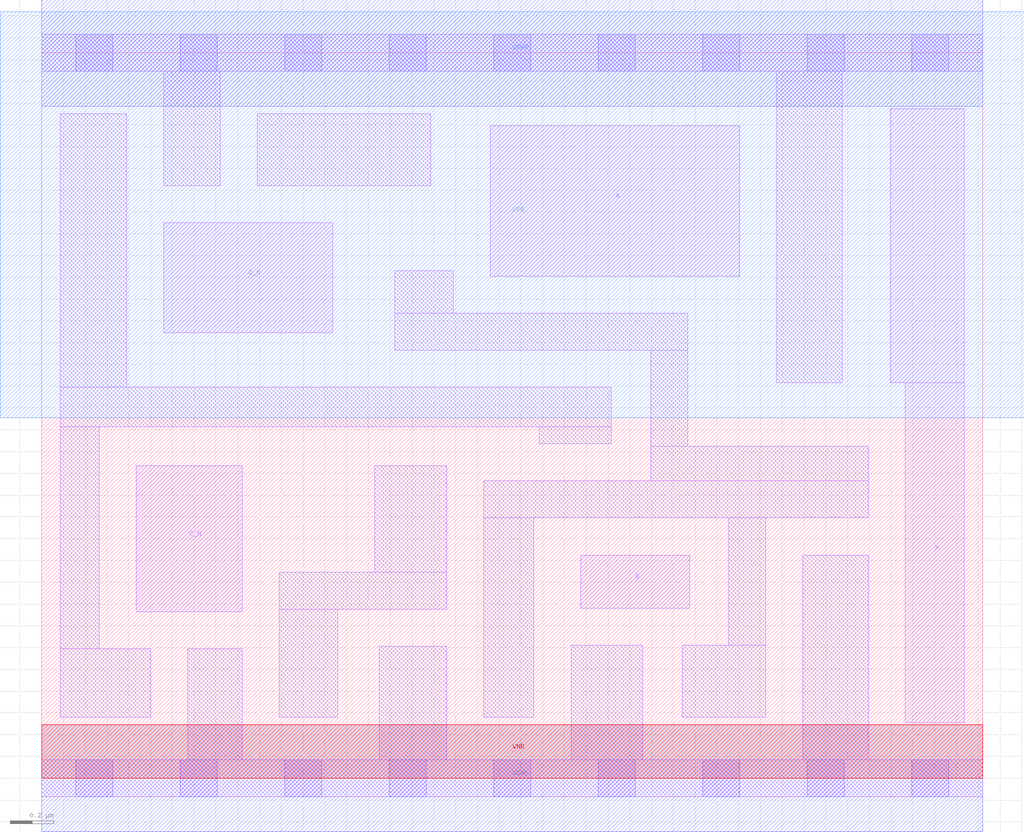
<source format=lef>
# Copyright 2020 The SkyWater PDK Authors
#
# Licensed under the Apache License, Version 2.0 (the "License");
# you may not use this file except in compliance with the License.
# You may obtain a copy of the License at
#
#     https://www.apache.org/licenses/LICENSE-2.0
#
# Unless required by applicable law or agreed to in writing, software
# distributed under the License is distributed on an "AS IS" BASIS,
# WITHOUT WARRANTIES OR CONDITIONS OF ANY KIND, either express or implied.
# See the License for the specific language governing permissions and
# limitations under the License.
#
# SPDX-License-Identifier: Apache-2.0

VERSION 5.7 ;
  NOWIREEXTENSIONATPIN ON ;
  DIVIDERCHAR "/" ;
  BUSBITCHARS "[]" ;
MACRO sky130_fd_sc_lp__or4bb_1
  CLASS CORE ;
  FOREIGN sky130_fd_sc_lp__or4bb_1 ;
  ORIGIN  0.000000  0.000000 ;
  SIZE  4.320000 BY  3.330000 ;
  SYMMETRY X Y R90 ;
  SITE unit ;
  PIN A
    ANTENNAGATEAREA  0.126000 ;
    DIRECTION INPUT ;
    USE SIGNAL ;
    PORT
      LAYER li1 ;
        RECT 2.060000 2.305000 3.205000 2.995000 ;
    END
  END A
  PIN B
    ANTENNAGATEAREA  0.126000 ;
    DIRECTION INPUT ;
    USE SIGNAL ;
    PORT
      LAYER li1 ;
        RECT 2.475000 0.780000 2.975000 1.025000 ;
    END
  END B
  PIN C_N
    ANTENNAGATEAREA  0.126000 ;
    DIRECTION INPUT ;
    USE SIGNAL ;
    PORT
      LAYER li1 ;
        RECT 0.435000 0.765000 0.920000 1.435000 ;
    END
  END C_N
  PIN D_N
    ANTENNAGATEAREA  0.126000 ;
    DIRECTION INPUT ;
    USE SIGNAL ;
    PORT
      LAYER li1 ;
        RECT 0.560000 2.045000 1.335000 2.550000 ;
    END
  END D_N
  PIN X
    ANTENNADIFFAREA  0.556500 ;
    DIRECTION OUTPUT ;
    USE SIGNAL ;
    PORT
      LAYER li1 ;
        RECT 3.895000 1.815000 4.235000 3.075000 ;
        RECT 3.965000 0.255000 4.235000 1.815000 ;
    END
  END X
  PIN VGND
    DIRECTION INOUT ;
    USE GROUND ;
    PORT
      LAYER met1 ;
        RECT 0.000000 -0.245000 4.320000 0.245000 ;
    END
  END VGND
  PIN VNB
    DIRECTION INOUT ;
    USE GROUND ;
    PORT
      LAYER pwell ;
        RECT 0.000000 0.000000 4.320000 0.245000 ;
    END
  END VNB
  PIN VPB
    DIRECTION INOUT ;
    USE POWER ;
    PORT
      LAYER nwell ;
        RECT -0.190000 1.655000 4.510000 3.520000 ;
    END
  END VPB
  PIN VPWR
    DIRECTION INOUT ;
    USE POWER ;
    PORT
      LAYER met1 ;
        RECT 0.000000 3.085000 4.320000 3.575000 ;
    END
  END VPWR
  OBS
    LAYER li1 ;
      RECT 0.000000 -0.085000 4.320000 0.085000 ;
      RECT 0.000000  3.245000 4.320000 3.415000 ;
      RECT 0.085000  0.280000 0.500000 0.595000 ;
      RECT 0.085000  0.595000 0.265000 1.615000 ;
      RECT 0.085000  1.615000 2.615000 1.795000 ;
      RECT 0.085000  1.795000 0.390000 3.050000 ;
      RECT 0.560000  2.720000 0.820000 3.245000 ;
      RECT 0.670000  0.085000 0.920000 0.595000 ;
      RECT 0.990000  2.720000 1.785000 3.050000 ;
      RECT 1.090000  0.280000 1.360000 0.775000 ;
      RECT 1.090000  0.775000 1.860000 0.945000 ;
      RECT 1.530000  0.945000 1.860000 1.435000 ;
      RECT 1.550000  0.085000 1.860000 0.605000 ;
      RECT 1.620000  1.965000 2.965000 2.135000 ;
      RECT 1.620000  2.135000 1.890000 2.330000 ;
      RECT 2.030000  0.280000 2.260000 1.195000 ;
      RECT 2.030000  1.195000 3.795000 1.365000 ;
      RECT 2.285000  1.535000 2.615000 1.615000 ;
      RECT 2.430000  0.085000 2.760000 0.610000 ;
      RECT 2.795000  1.365000 3.795000 1.525000 ;
      RECT 2.795000  1.525000 2.965000 1.965000 ;
      RECT 2.940000  0.280000 3.325000 0.610000 ;
      RECT 3.155000  0.610000 3.325000 1.195000 ;
      RECT 3.375000  1.815000 3.675000 3.245000 ;
      RECT 3.495000  0.085000 3.795000 1.025000 ;
    LAYER mcon ;
      RECT 0.155000 -0.085000 0.325000 0.085000 ;
      RECT 0.155000  3.245000 0.325000 3.415000 ;
      RECT 0.635000 -0.085000 0.805000 0.085000 ;
      RECT 0.635000  3.245000 0.805000 3.415000 ;
      RECT 1.115000 -0.085000 1.285000 0.085000 ;
      RECT 1.115000  3.245000 1.285000 3.415000 ;
      RECT 1.595000 -0.085000 1.765000 0.085000 ;
      RECT 1.595000  3.245000 1.765000 3.415000 ;
      RECT 2.075000 -0.085000 2.245000 0.085000 ;
      RECT 2.075000  3.245000 2.245000 3.415000 ;
      RECT 2.555000 -0.085000 2.725000 0.085000 ;
      RECT 2.555000  3.245000 2.725000 3.415000 ;
      RECT 3.035000 -0.085000 3.205000 0.085000 ;
      RECT 3.035000  3.245000 3.205000 3.415000 ;
      RECT 3.515000 -0.085000 3.685000 0.085000 ;
      RECT 3.515000  3.245000 3.685000 3.415000 ;
      RECT 3.995000 -0.085000 4.165000 0.085000 ;
      RECT 3.995000  3.245000 4.165000 3.415000 ;
  END
END sky130_fd_sc_lp__or4bb_1
END LIBRARY

</source>
